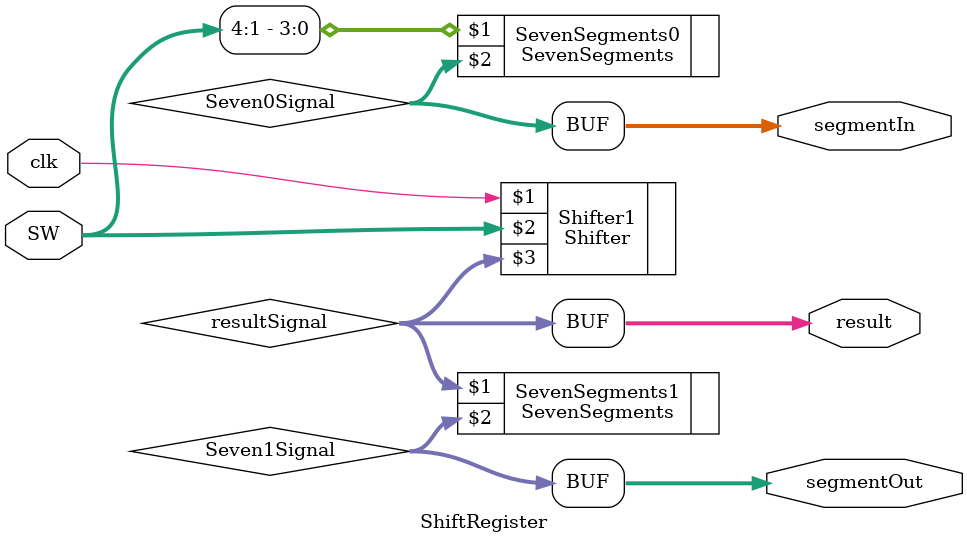
<source format=v>

/***********************************************************************
--	Description: Top level entity of a shift register and 2 7-segment
--				displays.
--	
--	Inputs: 	clk; Triggering signal.
--				SW [7:0]; Bits 7-6 are operation select.
--						Bits 5 and 0 are right and left data inputs
--						Bits 4-1 are the loading value to the register.
--					
--	Outputs: 	result [3:0]; Output value of the data register.
--				segmentIn [6:0]; 7-segment output of the input data.
--				segmentOut [6:0]; 7-segment output of the shift register
--								output.
--**********************************************************************/


// Module declaration

module ShiftRegister(
		input clk,
		input [7:0] SW,
		output [3:0] result,
		output [6:0] segmentIn,
		output [6:0] segmentOut
	);

// Architecture definition

//	--------------------------------------------------------------------------
//	------------------------- INTERMEDIATE SIGNALS ---------------------------
//	--------------------------------------------------------------------------
	
	wire [3:0] resultSignal;
	
	wire [6:0] Seven0Signal;
	wire [6:0] Seven1Signal;
	

//	--------------------------------------------------------------------------
//	-------------------------- ARCHITECTURE LOGIC ----------------------------
//	--------------------------------------------------------------------------
	
	// SevenSegments: IN
	SevenSegments SevenSegments0
	(SW[4:1], Seven0Signal);
	
	// SevenSegments: OUT
	SevenSegments SevenSegments1
	(resultSignal, Seven1Signal);
	
	// Shifter
	Shifter Shifter1
	(clk, SW, resultSignal);
	

	// Outputs
	
	assign result = resultSignal;
	assign segmentIn = Seven0Signal;
	assign segmentOut = Seven1Signal;
	
endmodule
</source>
